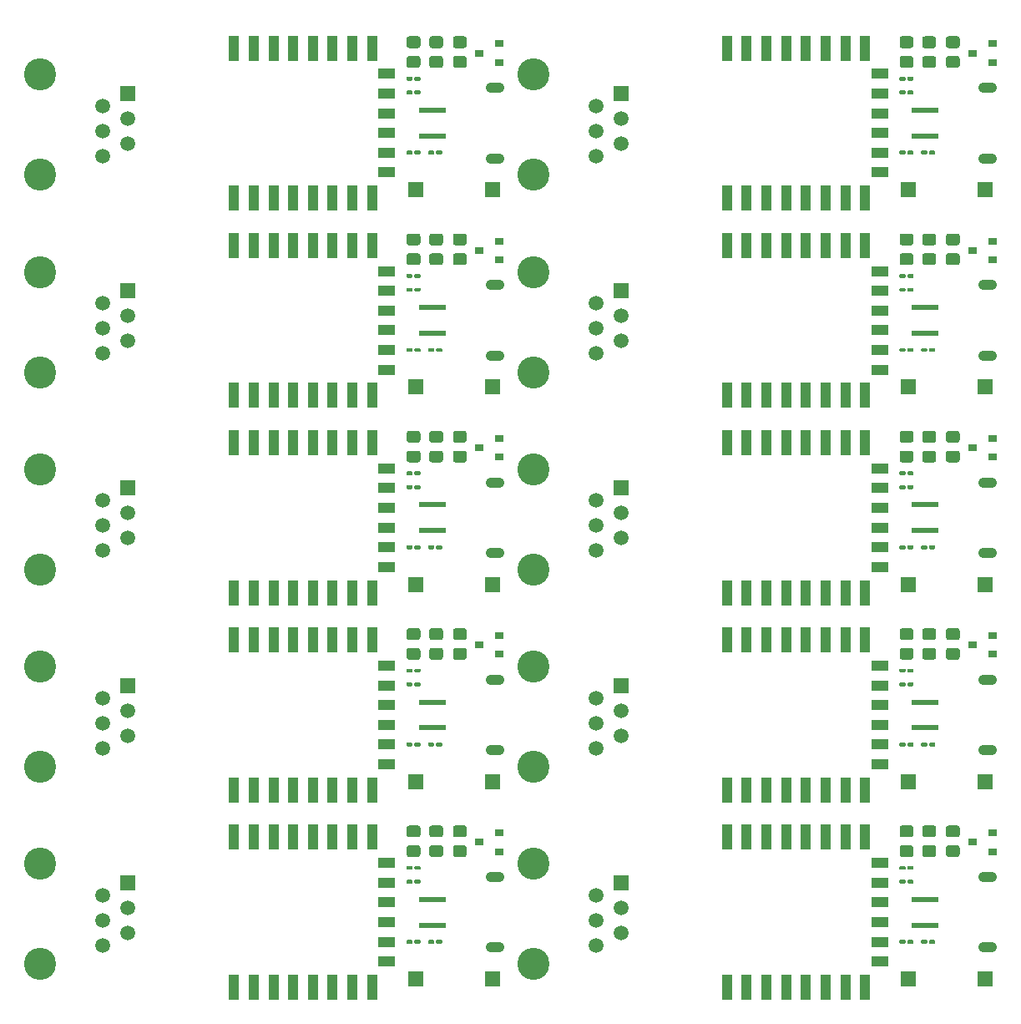
<source format=gbr>
%TF.GenerationSoftware,KiCad,Pcbnew,(5.1.9)-1*%
%TF.CreationDate,2021-10-14T17:35:57+02:00*%
%TF.ProjectId,IM350_AM550_T210_5V_V5.0,494d3335-305f-4414-9d35-35305f543231,rev?*%
%TF.SameCoordinates,Original*%
%TF.FileFunction,Soldermask,Top*%
%TF.FilePolarity,Negative*%
%FSLAX46Y46*%
G04 Gerber Fmt 4.6, Leading zero omitted, Abs format (unit mm)*
G04 Created by KiCad (PCBNEW (5.1.9)-1) date 2021-10-14 17:35:57*
%MOMM*%
%LPD*%
G01*
G04 APERTURE LIST*
%ADD10R,2.800000X0.600000*%
%ADD11O,1.900000X1.050000*%
%ADD12R,1.000000X2.500000*%
%ADD13R,1.800000X1.000000*%
%ADD14R,1.500000X1.500000*%
%ADD15C,3.250000*%
%ADD16C,1.520000*%
%ADD17R,1.520000X1.520000*%
%ADD18R,0.900000X0.800000*%
G04 APERTURE END LIST*
D10*
%TO.C,J1*%
X77100000Y-116300000D03*
X77100000Y-113700000D03*
D11*
X83450000Y-118575000D03*
X83450000Y-111425000D03*
%TD*%
%TO.C,R9*%
G36*
G01*
X129449999Y-106200000D02*
X130350001Y-106200000D01*
G75*
G02*
X130600000Y-106449999I0J-249999D01*
G01*
X130600000Y-107150001D01*
G75*
G02*
X130350001Y-107400000I-249999J0D01*
G01*
X129449999Y-107400000D01*
G75*
G02*
X129200000Y-107150001I0J249999D01*
G01*
X129200000Y-106449999D01*
G75*
G02*
X129449999Y-106200000I249999J0D01*
G01*
G37*
G36*
G01*
X129449999Y-108200000D02*
X130350001Y-108200000D01*
G75*
G02*
X130600000Y-108449999I0J-249999D01*
G01*
X130600000Y-109150001D01*
G75*
G02*
X130350001Y-109400000I-249999J0D01*
G01*
X129449999Y-109400000D01*
G75*
G02*
X129200000Y-109150001I0J249999D01*
G01*
X129200000Y-108449999D01*
G75*
G02*
X129449999Y-108200000I249999J0D01*
G01*
G37*
%TD*%
D12*
%TO.C,U2*%
X57000000Y-107400000D03*
X59000000Y-107400000D03*
X61000000Y-107400000D03*
X63000000Y-107400000D03*
X65000000Y-107400000D03*
X67000000Y-107400000D03*
X69000000Y-107400000D03*
X71000000Y-107400000D03*
D13*
X72500000Y-110000000D03*
X72500000Y-112000000D03*
X72500000Y-114000000D03*
X72500000Y-116000000D03*
X72500000Y-118000000D03*
X72500000Y-120000000D03*
D12*
X71000000Y-122600000D03*
X69000000Y-122600000D03*
X67000000Y-122600000D03*
X65000000Y-122600000D03*
X63000000Y-122600000D03*
X61000000Y-122600000D03*
X59000000Y-122600000D03*
X57000000Y-122600000D03*
%TD*%
D14*
%TO.C,SW1*%
X83200000Y-121750000D03*
X75400000Y-121750000D03*
%TD*%
%TO.C,R3*%
G36*
G01*
X124749999Y-106200000D02*
X125650001Y-106200000D01*
G75*
G02*
X125900000Y-106449999I0J-249999D01*
G01*
X125900000Y-107150001D01*
G75*
G02*
X125650001Y-107400000I-249999J0D01*
G01*
X124749999Y-107400000D01*
G75*
G02*
X124500000Y-107150001I0J249999D01*
G01*
X124500000Y-106449999D01*
G75*
G02*
X124749999Y-106200000I249999J0D01*
G01*
G37*
G36*
G01*
X124749999Y-108200000D02*
X125650001Y-108200000D01*
G75*
G02*
X125900000Y-108449999I0J-249999D01*
G01*
X125900000Y-109150001D01*
G75*
G02*
X125650001Y-109400000I-249999J0D01*
G01*
X124749999Y-109400000D01*
G75*
G02*
X124500000Y-109150001I0J249999D01*
G01*
X124500000Y-108449999D01*
G75*
G02*
X124749999Y-108200000I249999J0D01*
G01*
G37*
%TD*%
%TO.C,R7*%
G36*
G01*
X75290000Y-118100000D02*
X75290000Y-117900000D01*
G75*
G02*
X75390000Y-117800000I100000J0D01*
G01*
X75825000Y-117800000D01*
G75*
G02*
X75925000Y-117900000I0J-100000D01*
G01*
X75925000Y-118100000D01*
G75*
G02*
X75825000Y-118200000I-100000J0D01*
G01*
X75390000Y-118200000D01*
G75*
G02*
X75290000Y-118100000I0J100000D01*
G01*
G37*
G36*
G01*
X74475000Y-118100000D02*
X74475000Y-117900000D01*
G75*
G02*
X74575000Y-117800000I100000J0D01*
G01*
X75010000Y-117800000D01*
G75*
G02*
X75110000Y-117900000I0J-100000D01*
G01*
X75110000Y-118100000D01*
G75*
G02*
X75010000Y-118200000I-100000J0D01*
G01*
X74575000Y-118200000D01*
G75*
G02*
X74475000Y-118100000I0J100000D01*
G01*
G37*
%TD*%
D15*
%TO.C,J2*%
X87360000Y-120250000D03*
D16*
X93710000Y-118350000D03*
X96250000Y-117080000D03*
X93710000Y-115810000D03*
X96250000Y-114540000D03*
X93710000Y-113270000D03*
D15*
X87360000Y-110090000D03*
D17*
X96250000Y-112000000D03*
%TD*%
%TO.C,R13*%
G36*
G01*
X126675000Y-118100000D02*
X126675000Y-117900000D01*
G75*
G02*
X126775000Y-117800000I100000J0D01*
G01*
X127210000Y-117800000D01*
G75*
G02*
X127310000Y-117900000I0J-100000D01*
G01*
X127310000Y-118100000D01*
G75*
G02*
X127210000Y-118200000I-100000J0D01*
G01*
X126775000Y-118200000D01*
G75*
G02*
X126675000Y-118100000I0J100000D01*
G01*
G37*
G36*
G01*
X127490000Y-118100000D02*
X127490000Y-117900000D01*
G75*
G02*
X127590000Y-117800000I100000J0D01*
G01*
X128025000Y-117800000D01*
G75*
G02*
X128125000Y-117900000I0J-100000D01*
G01*
X128125000Y-118100000D01*
G75*
G02*
X128025000Y-118200000I-100000J0D01*
G01*
X127590000Y-118200000D01*
G75*
G02*
X127490000Y-118100000I0J100000D01*
G01*
G37*
%TD*%
%TO.C,J2*%
X46250000Y-112000000D03*
D15*
X37360000Y-110090000D03*
D16*
X43710000Y-113270000D03*
X46250000Y-114540000D03*
X43710000Y-115810000D03*
X46250000Y-117080000D03*
X43710000Y-118350000D03*
D15*
X37360000Y-120250000D03*
%TD*%
%TO.C,R8*%
G36*
G01*
X77950001Y-107400000D02*
X77049999Y-107400000D01*
G75*
G02*
X76800000Y-107150001I0J249999D01*
G01*
X76800000Y-106449999D01*
G75*
G02*
X77049999Y-106200000I249999J0D01*
G01*
X77950001Y-106200000D01*
G75*
G02*
X78200000Y-106449999I0J-249999D01*
G01*
X78200000Y-107150001D01*
G75*
G02*
X77950001Y-107400000I-249999J0D01*
G01*
G37*
G36*
G01*
X77950001Y-109400000D02*
X77049999Y-109400000D01*
G75*
G02*
X76800000Y-109150001I0J249999D01*
G01*
X76800000Y-108449999D01*
G75*
G02*
X77049999Y-108200000I249999J0D01*
G01*
X77950001Y-108200000D01*
G75*
G02*
X78200000Y-108449999I0J-249999D01*
G01*
X78200000Y-109150001D01*
G75*
G02*
X77950001Y-109400000I-249999J0D01*
G01*
G37*
%TD*%
D12*
%TO.C,U2*%
X107000000Y-122600000D03*
X109000000Y-122600000D03*
X111000000Y-122600000D03*
X113000000Y-122600000D03*
X115000000Y-122600000D03*
X117000000Y-122600000D03*
X119000000Y-122600000D03*
X121000000Y-122600000D03*
D13*
X122500000Y-120000000D03*
X122500000Y-118000000D03*
X122500000Y-116000000D03*
X122500000Y-114000000D03*
X122500000Y-112000000D03*
X122500000Y-110000000D03*
D12*
X121000000Y-107400000D03*
X119000000Y-107400000D03*
X117000000Y-107400000D03*
X115000000Y-107400000D03*
X113000000Y-107400000D03*
X111000000Y-107400000D03*
X109000000Y-107400000D03*
X107000000Y-107400000D03*
%TD*%
%TO.C,R13*%
G36*
G01*
X77490000Y-118100000D02*
X77490000Y-117900000D01*
G75*
G02*
X77590000Y-117800000I100000J0D01*
G01*
X78025000Y-117800000D01*
G75*
G02*
X78125000Y-117900000I0J-100000D01*
G01*
X78125000Y-118100000D01*
G75*
G02*
X78025000Y-118200000I-100000J0D01*
G01*
X77590000Y-118200000D01*
G75*
G02*
X77490000Y-118100000I0J100000D01*
G01*
G37*
G36*
G01*
X76675000Y-118100000D02*
X76675000Y-117900000D01*
G75*
G02*
X76775000Y-117800000I100000J0D01*
G01*
X77210000Y-117800000D01*
G75*
G02*
X77310000Y-117900000I0J-100000D01*
G01*
X77310000Y-118100000D01*
G75*
G02*
X77210000Y-118200000I-100000J0D01*
G01*
X76775000Y-118200000D01*
G75*
G02*
X76675000Y-118100000I0J100000D01*
G01*
G37*
%TD*%
%TO.C,R8*%
G36*
G01*
X127950001Y-109400000D02*
X127049999Y-109400000D01*
G75*
G02*
X126800000Y-109150001I0J249999D01*
G01*
X126800000Y-108449999D01*
G75*
G02*
X127049999Y-108200000I249999J0D01*
G01*
X127950001Y-108200000D01*
G75*
G02*
X128200000Y-108449999I0J-249999D01*
G01*
X128200000Y-109150001D01*
G75*
G02*
X127950001Y-109400000I-249999J0D01*
G01*
G37*
G36*
G01*
X127950001Y-107400000D02*
X127049999Y-107400000D01*
G75*
G02*
X126800000Y-107150001I0J249999D01*
G01*
X126800000Y-106449999D01*
G75*
G02*
X127049999Y-106200000I249999J0D01*
G01*
X127950001Y-106200000D01*
G75*
G02*
X128200000Y-106449999I0J-249999D01*
G01*
X128200000Y-107150001D01*
G75*
G02*
X127950001Y-107400000I-249999J0D01*
G01*
G37*
%TD*%
D18*
%TO.C,Q1*%
X133900000Y-108850000D03*
X133900000Y-106950000D03*
X131900000Y-107900000D03*
%TD*%
%TO.C,R2*%
G36*
G01*
X124475000Y-112000000D02*
X124475000Y-111800000D01*
G75*
G02*
X124575000Y-111700000I100000J0D01*
G01*
X125010000Y-111700000D01*
G75*
G02*
X125110000Y-111800000I0J-100000D01*
G01*
X125110000Y-112000000D01*
G75*
G02*
X125010000Y-112100000I-100000J0D01*
G01*
X124575000Y-112100000D01*
G75*
G02*
X124475000Y-112000000I0J100000D01*
G01*
G37*
G36*
G01*
X125290000Y-112000000D02*
X125290000Y-111800000D01*
G75*
G02*
X125390000Y-111700000I100000J0D01*
G01*
X125825000Y-111700000D01*
G75*
G02*
X125925000Y-111800000I0J-100000D01*
G01*
X125925000Y-112000000D01*
G75*
G02*
X125825000Y-112100000I-100000J0D01*
G01*
X125390000Y-112100000D01*
G75*
G02*
X125290000Y-112000000I0J100000D01*
G01*
G37*
%TD*%
%TO.C,R2*%
G36*
G01*
X75290000Y-112000000D02*
X75290000Y-111800000D01*
G75*
G02*
X75390000Y-111700000I100000J0D01*
G01*
X75825000Y-111700000D01*
G75*
G02*
X75925000Y-111800000I0J-100000D01*
G01*
X75925000Y-112000000D01*
G75*
G02*
X75825000Y-112100000I-100000J0D01*
G01*
X75390000Y-112100000D01*
G75*
G02*
X75290000Y-112000000I0J100000D01*
G01*
G37*
G36*
G01*
X74475000Y-112000000D02*
X74475000Y-111800000D01*
G75*
G02*
X74575000Y-111700000I100000J0D01*
G01*
X75010000Y-111700000D01*
G75*
G02*
X75110000Y-111800000I0J-100000D01*
G01*
X75110000Y-112000000D01*
G75*
G02*
X75010000Y-112100000I-100000J0D01*
G01*
X74575000Y-112100000D01*
G75*
G02*
X74475000Y-112000000I0J100000D01*
G01*
G37*
%TD*%
%TO.C,Q1*%
X81900000Y-107900000D03*
X83900000Y-106950000D03*
X83900000Y-108850000D03*
%TD*%
%TO.C,R1*%
G36*
G01*
X124475000Y-110600000D02*
X124475000Y-110400000D01*
G75*
G02*
X124575000Y-110300000I100000J0D01*
G01*
X125010000Y-110300000D01*
G75*
G02*
X125110000Y-110400000I0J-100000D01*
G01*
X125110000Y-110600000D01*
G75*
G02*
X125010000Y-110700000I-100000J0D01*
G01*
X124575000Y-110700000D01*
G75*
G02*
X124475000Y-110600000I0J100000D01*
G01*
G37*
G36*
G01*
X125290000Y-110600000D02*
X125290000Y-110400000D01*
G75*
G02*
X125390000Y-110300000I100000J0D01*
G01*
X125825000Y-110300000D01*
G75*
G02*
X125925000Y-110400000I0J-100000D01*
G01*
X125925000Y-110600000D01*
G75*
G02*
X125825000Y-110700000I-100000J0D01*
G01*
X125390000Y-110700000D01*
G75*
G02*
X125290000Y-110600000I0J100000D01*
G01*
G37*
%TD*%
D11*
%TO.C,J1*%
X133450000Y-111425000D03*
X133450000Y-118575000D03*
D10*
X127100000Y-113700000D03*
X127100000Y-116300000D03*
%TD*%
D14*
%TO.C,SW1*%
X125400000Y-121750000D03*
X133200000Y-121750000D03*
%TD*%
%TO.C,R9*%
G36*
G01*
X79449999Y-108200000D02*
X80350001Y-108200000D01*
G75*
G02*
X80600000Y-108449999I0J-249999D01*
G01*
X80600000Y-109150001D01*
G75*
G02*
X80350001Y-109400000I-249999J0D01*
G01*
X79449999Y-109400000D01*
G75*
G02*
X79200000Y-109150001I0J249999D01*
G01*
X79200000Y-108449999D01*
G75*
G02*
X79449999Y-108200000I249999J0D01*
G01*
G37*
G36*
G01*
X79449999Y-106200000D02*
X80350001Y-106200000D01*
G75*
G02*
X80600000Y-106449999I0J-249999D01*
G01*
X80600000Y-107150001D01*
G75*
G02*
X80350001Y-107400000I-249999J0D01*
G01*
X79449999Y-107400000D01*
G75*
G02*
X79200000Y-107150001I0J249999D01*
G01*
X79200000Y-106449999D01*
G75*
G02*
X79449999Y-106200000I249999J0D01*
G01*
G37*
%TD*%
%TO.C,R3*%
G36*
G01*
X74749999Y-108200000D02*
X75650001Y-108200000D01*
G75*
G02*
X75900000Y-108449999I0J-249999D01*
G01*
X75900000Y-109150001D01*
G75*
G02*
X75650001Y-109400000I-249999J0D01*
G01*
X74749999Y-109400000D01*
G75*
G02*
X74500000Y-109150001I0J249999D01*
G01*
X74500000Y-108449999D01*
G75*
G02*
X74749999Y-108200000I249999J0D01*
G01*
G37*
G36*
G01*
X74749999Y-106200000D02*
X75650001Y-106200000D01*
G75*
G02*
X75900000Y-106449999I0J-249999D01*
G01*
X75900000Y-107150001D01*
G75*
G02*
X75650001Y-107400000I-249999J0D01*
G01*
X74749999Y-107400000D01*
G75*
G02*
X74500000Y-107150001I0J249999D01*
G01*
X74500000Y-106449999D01*
G75*
G02*
X74749999Y-106200000I249999J0D01*
G01*
G37*
%TD*%
%TO.C,R1*%
G36*
G01*
X75290000Y-110600000D02*
X75290000Y-110400000D01*
G75*
G02*
X75390000Y-110300000I100000J0D01*
G01*
X75825000Y-110300000D01*
G75*
G02*
X75925000Y-110400000I0J-100000D01*
G01*
X75925000Y-110600000D01*
G75*
G02*
X75825000Y-110700000I-100000J0D01*
G01*
X75390000Y-110700000D01*
G75*
G02*
X75290000Y-110600000I0J100000D01*
G01*
G37*
G36*
G01*
X74475000Y-110600000D02*
X74475000Y-110400000D01*
G75*
G02*
X74575000Y-110300000I100000J0D01*
G01*
X75010000Y-110300000D01*
G75*
G02*
X75110000Y-110400000I0J-100000D01*
G01*
X75110000Y-110600000D01*
G75*
G02*
X75010000Y-110700000I-100000J0D01*
G01*
X74575000Y-110700000D01*
G75*
G02*
X74475000Y-110600000I0J100000D01*
G01*
G37*
%TD*%
%TO.C,R7*%
G36*
G01*
X124475000Y-118100000D02*
X124475000Y-117900000D01*
G75*
G02*
X124575000Y-117800000I100000J0D01*
G01*
X125010000Y-117800000D01*
G75*
G02*
X125110000Y-117900000I0J-100000D01*
G01*
X125110000Y-118100000D01*
G75*
G02*
X125010000Y-118200000I-100000J0D01*
G01*
X124575000Y-118200000D01*
G75*
G02*
X124475000Y-118100000I0J100000D01*
G01*
G37*
G36*
G01*
X125290000Y-118100000D02*
X125290000Y-117900000D01*
G75*
G02*
X125390000Y-117800000I100000J0D01*
G01*
X125825000Y-117800000D01*
G75*
G02*
X125925000Y-117900000I0J-100000D01*
G01*
X125925000Y-118100000D01*
G75*
G02*
X125825000Y-118200000I-100000J0D01*
G01*
X125390000Y-118200000D01*
G75*
G02*
X125290000Y-118100000I0J100000D01*
G01*
G37*
%TD*%
D12*
%TO.C,U2*%
X57000000Y-102600000D03*
X59000000Y-102600000D03*
X61000000Y-102600000D03*
X63000000Y-102600000D03*
X65000000Y-102600000D03*
X67000000Y-102600000D03*
X69000000Y-102600000D03*
X71000000Y-102600000D03*
D13*
X72500000Y-100000000D03*
X72500000Y-98000000D03*
X72500000Y-96000000D03*
X72500000Y-94000000D03*
X72500000Y-92000000D03*
X72500000Y-90000000D03*
D12*
X71000000Y-87400000D03*
X69000000Y-87400000D03*
X67000000Y-87400000D03*
X65000000Y-87400000D03*
X63000000Y-87400000D03*
X61000000Y-87400000D03*
X59000000Y-87400000D03*
X57000000Y-87400000D03*
%TD*%
%TO.C,R9*%
G36*
G01*
X129449999Y-88200000D02*
X130350001Y-88200000D01*
G75*
G02*
X130600000Y-88449999I0J-249999D01*
G01*
X130600000Y-89150001D01*
G75*
G02*
X130350001Y-89400000I-249999J0D01*
G01*
X129449999Y-89400000D01*
G75*
G02*
X129200000Y-89150001I0J249999D01*
G01*
X129200000Y-88449999D01*
G75*
G02*
X129449999Y-88200000I249999J0D01*
G01*
G37*
G36*
G01*
X129449999Y-86200000D02*
X130350001Y-86200000D01*
G75*
G02*
X130600000Y-86449999I0J-249999D01*
G01*
X130600000Y-87150001D01*
G75*
G02*
X130350001Y-87400000I-249999J0D01*
G01*
X129449999Y-87400000D01*
G75*
G02*
X129200000Y-87150001I0J249999D01*
G01*
X129200000Y-86449999D01*
G75*
G02*
X129449999Y-86200000I249999J0D01*
G01*
G37*
%TD*%
D14*
%TO.C,SW1*%
X75400000Y-101750000D03*
X83200000Y-101750000D03*
%TD*%
D11*
%TO.C,J1*%
X83450000Y-91425000D03*
X83450000Y-98575000D03*
D10*
X77100000Y-93700000D03*
X77100000Y-96300000D03*
%TD*%
%TO.C,R13*%
G36*
G01*
X127490000Y-98100000D02*
X127490000Y-97900000D01*
G75*
G02*
X127590000Y-97800000I100000J0D01*
G01*
X128025000Y-97800000D01*
G75*
G02*
X128125000Y-97900000I0J-100000D01*
G01*
X128125000Y-98100000D01*
G75*
G02*
X128025000Y-98200000I-100000J0D01*
G01*
X127590000Y-98200000D01*
G75*
G02*
X127490000Y-98100000I0J100000D01*
G01*
G37*
G36*
G01*
X126675000Y-98100000D02*
X126675000Y-97900000D01*
G75*
G02*
X126775000Y-97800000I100000J0D01*
G01*
X127210000Y-97800000D01*
G75*
G02*
X127310000Y-97900000I0J-100000D01*
G01*
X127310000Y-98100000D01*
G75*
G02*
X127210000Y-98200000I-100000J0D01*
G01*
X126775000Y-98200000D01*
G75*
G02*
X126675000Y-98100000I0J100000D01*
G01*
G37*
%TD*%
%TO.C,R3*%
G36*
G01*
X124749999Y-88200000D02*
X125650001Y-88200000D01*
G75*
G02*
X125900000Y-88449999I0J-249999D01*
G01*
X125900000Y-89150001D01*
G75*
G02*
X125650001Y-89400000I-249999J0D01*
G01*
X124749999Y-89400000D01*
G75*
G02*
X124500000Y-89150001I0J249999D01*
G01*
X124500000Y-88449999D01*
G75*
G02*
X124749999Y-88200000I249999J0D01*
G01*
G37*
G36*
G01*
X124749999Y-86200000D02*
X125650001Y-86200000D01*
G75*
G02*
X125900000Y-86449999I0J-249999D01*
G01*
X125900000Y-87150001D01*
G75*
G02*
X125650001Y-87400000I-249999J0D01*
G01*
X124749999Y-87400000D01*
G75*
G02*
X124500000Y-87150001I0J249999D01*
G01*
X124500000Y-86449999D01*
G75*
G02*
X124749999Y-86200000I249999J0D01*
G01*
G37*
%TD*%
%TO.C,R13*%
G36*
G01*
X76675000Y-98100000D02*
X76675000Y-97900000D01*
G75*
G02*
X76775000Y-97800000I100000J0D01*
G01*
X77210000Y-97800000D01*
G75*
G02*
X77310000Y-97900000I0J-100000D01*
G01*
X77310000Y-98100000D01*
G75*
G02*
X77210000Y-98200000I-100000J0D01*
G01*
X76775000Y-98200000D01*
G75*
G02*
X76675000Y-98100000I0J100000D01*
G01*
G37*
G36*
G01*
X77490000Y-98100000D02*
X77490000Y-97900000D01*
G75*
G02*
X77590000Y-97800000I100000J0D01*
G01*
X78025000Y-97800000D01*
G75*
G02*
X78125000Y-97900000I0J-100000D01*
G01*
X78125000Y-98100000D01*
G75*
G02*
X78025000Y-98200000I-100000J0D01*
G01*
X77590000Y-98200000D01*
G75*
G02*
X77490000Y-98100000I0J100000D01*
G01*
G37*
%TD*%
D15*
%TO.C,J2*%
X37360000Y-100250000D03*
D16*
X43710000Y-98350000D03*
X46250000Y-97080000D03*
X43710000Y-95810000D03*
X46250000Y-94540000D03*
X43710000Y-93270000D03*
D15*
X37360000Y-90090000D03*
D17*
X46250000Y-92000000D03*
%TD*%
D12*
%TO.C,U2*%
X107000000Y-87400000D03*
X109000000Y-87400000D03*
X111000000Y-87400000D03*
X113000000Y-87400000D03*
X115000000Y-87400000D03*
X117000000Y-87400000D03*
X119000000Y-87400000D03*
X121000000Y-87400000D03*
D13*
X122500000Y-90000000D03*
X122500000Y-92000000D03*
X122500000Y-94000000D03*
X122500000Y-96000000D03*
X122500000Y-98000000D03*
X122500000Y-100000000D03*
D12*
X121000000Y-102600000D03*
X119000000Y-102600000D03*
X117000000Y-102600000D03*
X115000000Y-102600000D03*
X113000000Y-102600000D03*
X111000000Y-102600000D03*
X109000000Y-102600000D03*
X107000000Y-102600000D03*
%TD*%
%TO.C,R8*%
G36*
G01*
X127950001Y-87400000D02*
X127049999Y-87400000D01*
G75*
G02*
X126800000Y-87150001I0J249999D01*
G01*
X126800000Y-86449999D01*
G75*
G02*
X127049999Y-86200000I249999J0D01*
G01*
X127950001Y-86200000D01*
G75*
G02*
X128200000Y-86449999I0J-249999D01*
G01*
X128200000Y-87150001D01*
G75*
G02*
X127950001Y-87400000I-249999J0D01*
G01*
G37*
G36*
G01*
X127950001Y-89400000D02*
X127049999Y-89400000D01*
G75*
G02*
X126800000Y-89150001I0J249999D01*
G01*
X126800000Y-88449999D01*
G75*
G02*
X127049999Y-88200000I249999J0D01*
G01*
X127950001Y-88200000D01*
G75*
G02*
X128200000Y-88449999I0J-249999D01*
G01*
X128200000Y-89150001D01*
G75*
G02*
X127950001Y-89400000I-249999J0D01*
G01*
G37*
%TD*%
%TO.C,R7*%
G36*
G01*
X74475000Y-98100000D02*
X74475000Y-97900000D01*
G75*
G02*
X74575000Y-97800000I100000J0D01*
G01*
X75010000Y-97800000D01*
G75*
G02*
X75110000Y-97900000I0J-100000D01*
G01*
X75110000Y-98100000D01*
G75*
G02*
X75010000Y-98200000I-100000J0D01*
G01*
X74575000Y-98200000D01*
G75*
G02*
X74475000Y-98100000I0J100000D01*
G01*
G37*
G36*
G01*
X75290000Y-98100000D02*
X75290000Y-97900000D01*
G75*
G02*
X75390000Y-97800000I100000J0D01*
G01*
X75825000Y-97800000D01*
G75*
G02*
X75925000Y-97900000I0J-100000D01*
G01*
X75925000Y-98100000D01*
G75*
G02*
X75825000Y-98200000I-100000J0D01*
G01*
X75390000Y-98200000D01*
G75*
G02*
X75290000Y-98100000I0J100000D01*
G01*
G37*
%TD*%
D18*
%TO.C,Q1*%
X131900000Y-87900000D03*
X133900000Y-86950000D03*
X133900000Y-88850000D03*
%TD*%
D17*
%TO.C,J2*%
X96250000Y-92000000D03*
D15*
X87360000Y-90090000D03*
D16*
X93710000Y-93270000D03*
X96250000Y-94540000D03*
X93710000Y-95810000D03*
X96250000Y-97080000D03*
X93710000Y-98350000D03*
D15*
X87360000Y-100250000D03*
%TD*%
%TO.C,R2*%
G36*
G01*
X125290000Y-92000000D02*
X125290000Y-91800000D01*
G75*
G02*
X125390000Y-91700000I100000J0D01*
G01*
X125825000Y-91700000D01*
G75*
G02*
X125925000Y-91800000I0J-100000D01*
G01*
X125925000Y-92000000D01*
G75*
G02*
X125825000Y-92100000I-100000J0D01*
G01*
X125390000Y-92100000D01*
G75*
G02*
X125290000Y-92000000I0J100000D01*
G01*
G37*
G36*
G01*
X124475000Y-92000000D02*
X124475000Y-91800000D01*
G75*
G02*
X124575000Y-91700000I100000J0D01*
G01*
X125010000Y-91700000D01*
G75*
G02*
X125110000Y-91800000I0J-100000D01*
G01*
X125110000Y-92000000D01*
G75*
G02*
X125010000Y-92100000I-100000J0D01*
G01*
X124575000Y-92100000D01*
G75*
G02*
X124475000Y-92000000I0J100000D01*
G01*
G37*
%TD*%
%TO.C,R8*%
G36*
G01*
X77950001Y-89400000D02*
X77049999Y-89400000D01*
G75*
G02*
X76800000Y-89150001I0J249999D01*
G01*
X76800000Y-88449999D01*
G75*
G02*
X77049999Y-88200000I249999J0D01*
G01*
X77950001Y-88200000D01*
G75*
G02*
X78200000Y-88449999I0J-249999D01*
G01*
X78200000Y-89150001D01*
G75*
G02*
X77950001Y-89400000I-249999J0D01*
G01*
G37*
G36*
G01*
X77950001Y-87400000D02*
X77049999Y-87400000D01*
G75*
G02*
X76800000Y-87150001I0J249999D01*
G01*
X76800000Y-86449999D01*
G75*
G02*
X77049999Y-86200000I249999J0D01*
G01*
X77950001Y-86200000D01*
G75*
G02*
X78200000Y-86449999I0J-249999D01*
G01*
X78200000Y-87150001D01*
G75*
G02*
X77950001Y-87400000I-249999J0D01*
G01*
G37*
%TD*%
%TO.C,R9*%
G36*
G01*
X79449999Y-86200000D02*
X80350001Y-86200000D01*
G75*
G02*
X80600000Y-86449999I0J-249999D01*
G01*
X80600000Y-87150001D01*
G75*
G02*
X80350001Y-87400000I-249999J0D01*
G01*
X79449999Y-87400000D01*
G75*
G02*
X79200000Y-87150001I0J249999D01*
G01*
X79200000Y-86449999D01*
G75*
G02*
X79449999Y-86200000I249999J0D01*
G01*
G37*
G36*
G01*
X79449999Y-88200000D02*
X80350001Y-88200000D01*
G75*
G02*
X80600000Y-88449999I0J-249999D01*
G01*
X80600000Y-89150001D01*
G75*
G02*
X80350001Y-89400000I-249999J0D01*
G01*
X79449999Y-89400000D01*
G75*
G02*
X79200000Y-89150001I0J249999D01*
G01*
X79200000Y-88449999D01*
G75*
G02*
X79449999Y-88200000I249999J0D01*
G01*
G37*
%TD*%
%TO.C,R3*%
G36*
G01*
X74749999Y-86200000D02*
X75650001Y-86200000D01*
G75*
G02*
X75900000Y-86449999I0J-249999D01*
G01*
X75900000Y-87150001D01*
G75*
G02*
X75650001Y-87400000I-249999J0D01*
G01*
X74749999Y-87400000D01*
G75*
G02*
X74500000Y-87150001I0J249999D01*
G01*
X74500000Y-86449999D01*
G75*
G02*
X74749999Y-86200000I249999J0D01*
G01*
G37*
G36*
G01*
X74749999Y-88200000D02*
X75650001Y-88200000D01*
G75*
G02*
X75900000Y-88449999I0J-249999D01*
G01*
X75900000Y-89150001D01*
G75*
G02*
X75650001Y-89400000I-249999J0D01*
G01*
X74749999Y-89400000D01*
G75*
G02*
X74500000Y-89150001I0J249999D01*
G01*
X74500000Y-88449999D01*
G75*
G02*
X74749999Y-88200000I249999J0D01*
G01*
G37*
%TD*%
%TO.C,R1*%
G36*
G01*
X74475000Y-90600000D02*
X74475000Y-90400000D01*
G75*
G02*
X74575000Y-90300000I100000J0D01*
G01*
X75010000Y-90300000D01*
G75*
G02*
X75110000Y-90400000I0J-100000D01*
G01*
X75110000Y-90600000D01*
G75*
G02*
X75010000Y-90700000I-100000J0D01*
G01*
X74575000Y-90700000D01*
G75*
G02*
X74475000Y-90600000I0J100000D01*
G01*
G37*
G36*
G01*
X75290000Y-90600000D02*
X75290000Y-90400000D01*
G75*
G02*
X75390000Y-90300000I100000J0D01*
G01*
X75825000Y-90300000D01*
G75*
G02*
X75925000Y-90400000I0J-100000D01*
G01*
X75925000Y-90600000D01*
G75*
G02*
X75825000Y-90700000I-100000J0D01*
G01*
X75390000Y-90700000D01*
G75*
G02*
X75290000Y-90600000I0J100000D01*
G01*
G37*
%TD*%
%TO.C,R1*%
G36*
G01*
X125290000Y-90600000D02*
X125290000Y-90400000D01*
G75*
G02*
X125390000Y-90300000I100000J0D01*
G01*
X125825000Y-90300000D01*
G75*
G02*
X125925000Y-90400000I0J-100000D01*
G01*
X125925000Y-90600000D01*
G75*
G02*
X125825000Y-90700000I-100000J0D01*
G01*
X125390000Y-90700000D01*
G75*
G02*
X125290000Y-90600000I0J100000D01*
G01*
G37*
G36*
G01*
X124475000Y-90600000D02*
X124475000Y-90400000D01*
G75*
G02*
X124575000Y-90300000I100000J0D01*
G01*
X125010000Y-90300000D01*
G75*
G02*
X125110000Y-90400000I0J-100000D01*
G01*
X125110000Y-90600000D01*
G75*
G02*
X125010000Y-90700000I-100000J0D01*
G01*
X124575000Y-90700000D01*
G75*
G02*
X124475000Y-90600000I0J100000D01*
G01*
G37*
%TD*%
%TO.C,R7*%
G36*
G01*
X125290000Y-98100000D02*
X125290000Y-97900000D01*
G75*
G02*
X125390000Y-97800000I100000J0D01*
G01*
X125825000Y-97800000D01*
G75*
G02*
X125925000Y-97900000I0J-100000D01*
G01*
X125925000Y-98100000D01*
G75*
G02*
X125825000Y-98200000I-100000J0D01*
G01*
X125390000Y-98200000D01*
G75*
G02*
X125290000Y-98100000I0J100000D01*
G01*
G37*
G36*
G01*
X124475000Y-98100000D02*
X124475000Y-97900000D01*
G75*
G02*
X124575000Y-97800000I100000J0D01*
G01*
X125010000Y-97800000D01*
G75*
G02*
X125110000Y-97900000I0J-100000D01*
G01*
X125110000Y-98100000D01*
G75*
G02*
X125010000Y-98200000I-100000J0D01*
G01*
X124575000Y-98200000D01*
G75*
G02*
X124475000Y-98100000I0J100000D01*
G01*
G37*
%TD*%
D10*
%TO.C,J1*%
X127100000Y-96300000D03*
X127100000Y-93700000D03*
D11*
X133450000Y-98575000D03*
X133450000Y-91425000D03*
%TD*%
%TO.C,R2*%
G36*
G01*
X74475000Y-92000000D02*
X74475000Y-91800000D01*
G75*
G02*
X74575000Y-91700000I100000J0D01*
G01*
X75010000Y-91700000D01*
G75*
G02*
X75110000Y-91800000I0J-100000D01*
G01*
X75110000Y-92000000D01*
G75*
G02*
X75010000Y-92100000I-100000J0D01*
G01*
X74575000Y-92100000D01*
G75*
G02*
X74475000Y-92000000I0J100000D01*
G01*
G37*
G36*
G01*
X75290000Y-92000000D02*
X75290000Y-91800000D01*
G75*
G02*
X75390000Y-91700000I100000J0D01*
G01*
X75825000Y-91700000D01*
G75*
G02*
X75925000Y-91800000I0J-100000D01*
G01*
X75925000Y-92000000D01*
G75*
G02*
X75825000Y-92100000I-100000J0D01*
G01*
X75390000Y-92100000D01*
G75*
G02*
X75290000Y-92000000I0J100000D01*
G01*
G37*
%TD*%
D14*
%TO.C,SW1*%
X133200000Y-101750000D03*
X125400000Y-101750000D03*
%TD*%
D18*
%TO.C,Q1*%
X83900000Y-88850000D03*
X83900000Y-86950000D03*
X81900000Y-87900000D03*
%TD*%
%TO.C,R8*%
G36*
G01*
X127950001Y-69400000D02*
X127049999Y-69400000D01*
G75*
G02*
X126800000Y-69150001I0J249999D01*
G01*
X126800000Y-68449999D01*
G75*
G02*
X127049999Y-68200000I249999J0D01*
G01*
X127950001Y-68200000D01*
G75*
G02*
X128200000Y-68449999I0J-249999D01*
G01*
X128200000Y-69150001D01*
G75*
G02*
X127950001Y-69400000I-249999J0D01*
G01*
G37*
G36*
G01*
X127950001Y-67400000D02*
X127049999Y-67400000D01*
G75*
G02*
X126800000Y-67150001I0J249999D01*
G01*
X126800000Y-66449999D01*
G75*
G02*
X127049999Y-66200000I249999J0D01*
G01*
X127950001Y-66200000D01*
G75*
G02*
X128200000Y-66449999I0J-249999D01*
G01*
X128200000Y-67150001D01*
G75*
G02*
X127950001Y-67400000I-249999J0D01*
G01*
G37*
%TD*%
%TO.C,R3*%
G36*
G01*
X124749999Y-66200000D02*
X125650001Y-66200000D01*
G75*
G02*
X125900000Y-66449999I0J-249999D01*
G01*
X125900000Y-67150001D01*
G75*
G02*
X125650001Y-67400000I-249999J0D01*
G01*
X124749999Y-67400000D01*
G75*
G02*
X124500000Y-67150001I0J249999D01*
G01*
X124500000Y-66449999D01*
G75*
G02*
X124749999Y-66200000I249999J0D01*
G01*
G37*
G36*
G01*
X124749999Y-68200000D02*
X125650001Y-68200000D01*
G75*
G02*
X125900000Y-68449999I0J-249999D01*
G01*
X125900000Y-69150001D01*
G75*
G02*
X125650001Y-69400000I-249999J0D01*
G01*
X124749999Y-69400000D01*
G75*
G02*
X124500000Y-69150001I0J249999D01*
G01*
X124500000Y-68449999D01*
G75*
G02*
X124749999Y-68200000I249999J0D01*
G01*
G37*
%TD*%
%TO.C,R9*%
G36*
G01*
X129449999Y-66200000D02*
X130350001Y-66200000D01*
G75*
G02*
X130600000Y-66449999I0J-249999D01*
G01*
X130600000Y-67150001D01*
G75*
G02*
X130350001Y-67400000I-249999J0D01*
G01*
X129449999Y-67400000D01*
G75*
G02*
X129200000Y-67150001I0J249999D01*
G01*
X129200000Y-66449999D01*
G75*
G02*
X129449999Y-66200000I249999J0D01*
G01*
G37*
G36*
G01*
X129449999Y-68200000D02*
X130350001Y-68200000D01*
G75*
G02*
X130600000Y-68449999I0J-249999D01*
G01*
X130600000Y-69150001D01*
G75*
G02*
X130350001Y-69400000I-249999J0D01*
G01*
X129449999Y-69400000D01*
G75*
G02*
X129200000Y-69150001I0J249999D01*
G01*
X129200000Y-68449999D01*
G75*
G02*
X129449999Y-68200000I249999J0D01*
G01*
G37*
%TD*%
D12*
%TO.C,U2*%
X107000000Y-82600000D03*
X109000000Y-82600000D03*
X111000000Y-82600000D03*
X113000000Y-82600000D03*
X115000000Y-82600000D03*
X117000000Y-82600000D03*
X119000000Y-82600000D03*
X121000000Y-82600000D03*
D13*
X122500000Y-80000000D03*
X122500000Y-78000000D03*
X122500000Y-76000000D03*
X122500000Y-74000000D03*
X122500000Y-72000000D03*
X122500000Y-70000000D03*
D12*
X121000000Y-67400000D03*
X119000000Y-67400000D03*
X117000000Y-67400000D03*
X115000000Y-67400000D03*
X113000000Y-67400000D03*
X111000000Y-67400000D03*
X109000000Y-67400000D03*
X107000000Y-67400000D03*
%TD*%
D15*
%TO.C,J2*%
X87360000Y-80250000D03*
D16*
X93710000Y-78350000D03*
X96250000Y-77080000D03*
X93710000Y-75810000D03*
X96250000Y-74540000D03*
X93710000Y-73270000D03*
D15*
X87360000Y-70090000D03*
D17*
X96250000Y-72000000D03*
%TD*%
%TO.C,R13*%
G36*
G01*
X126675000Y-78100000D02*
X126675000Y-77900000D01*
G75*
G02*
X126775000Y-77800000I100000J0D01*
G01*
X127210000Y-77800000D01*
G75*
G02*
X127310000Y-77900000I0J-100000D01*
G01*
X127310000Y-78100000D01*
G75*
G02*
X127210000Y-78200000I-100000J0D01*
G01*
X126775000Y-78200000D01*
G75*
G02*
X126675000Y-78100000I0J100000D01*
G01*
G37*
G36*
G01*
X127490000Y-78100000D02*
X127490000Y-77900000D01*
G75*
G02*
X127590000Y-77800000I100000J0D01*
G01*
X128025000Y-77800000D01*
G75*
G02*
X128125000Y-77900000I0J-100000D01*
G01*
X128125000Y-78100000D01*
G75*
G02*
X128025000Y-78200000I-100000J0D01*
G01*
X127590000Y-78200000D01*
G75*
G02*
X127490000Y-78100000I0J100000D01*
G01*
G37*
%TD*%
D18*
%TO.C,Q1*%
X133900000Y-68850000D03*
X133900000Y-66950000D03*
X131900000Y-67900000D03*
%TD*%
D12*
%TO.C,U2*%
X57000000Y-67400000D03*
X59000000Y-67400000D03*
X61000000Y-67400000D03*
X63000000Y-67400000D03*
X65000000Y-67400000D03*
X67000000Y-67400000D03*
X69000000Y-67400000D03*
X71000000Y-67400000D03*
D13*
X72500000Y-70000000D03*
X72500000Y-72000000D03*
X72500000Y-74000000D03*
X72500000Y-76000000D03*
X72500000Y-78000000D03*
X72500000Y-80000000D03*
D12*
X71000000Y-82600000D03*
X69000000Y-82600000D03*
X67000000Y-82600000D03*
X65000000Y-82600000D03*
X63000000Y-82600000D03*
X61000000Y-82600000D03*
X59000000Y-82600000D03*
X57000000Y-82600000D03*
%TD*%
D14*
%TO.C,SW1*%
X83200000Y-81750000D03*
X75400000Y-81750000D03*
%TD*%
%TO.C,R13*%
G36*
G01*
X77490000Y-78100000D02*
X77490000Y-77900000D01*
G75*
G02*
X77590000Y-77800000I100000J0D01*
G01*
X78025000Y-77800000D01*
G75*
G02*
X78125000Y-77900000I0J-100000D01*
G01*
X78125000Y-78100000D01*
G75*
G02*
X78025000Y-78200000I-100000J0D01*
G01*
X77590000Y-78200000D01*
G75*
G02*
X77490000Y-78100000I0J100000D01*
G01*
G37*
G36*
G01*
X76675000Y-78100000D02*
X76675000Y-77900000D01*
G75*
G02*
X76775000Y-77800000I100000J0D01*
G01*
X77210000Y-77800000D01*
G75*
G02*
X77310000Y-77900000I0J-100000D01*
G01*
X77310000Y-78100000D01*
G75*
G02*
X77210000Y-78200000I-100000J0D01*
G01*
X76775000Y-78200000D01*
G75*
G02*
X76675000Y-78100000I0J100000D01*
G01*
G37*
%TD*%
D17*
%TO.C,J2*%
X46250000Y-72000000D03*
D15*
X37360000Y-70090000D03*
D16*
X43710000Y-73270000D03*
X46250000Y-74540000D03*
X43710000Y-75810000D03*
X46250000Y-77080000D03*
X43710000Y-78350000D03*
D15*
X37360000Y-80250000D03*
%TD*%
D10*
%TO.C,J1*%
X77100000Y-76300000D03*
X77100000Y-73700000D03*
D11*
X83450000Y-78575000D03*
X83450000Y-71425000D03*
%TD*%
%TO.C,R7*%
G36*
G01*
X75290000Y-78100000D02*
X75290000Y-77900000D01*
G75*
G02*
X75390000Y-77800000I100000J0D01*
G01*
X75825000Y-77800000D01*
G75*
G02*
X75925000Y-77900000I0J-100000D01*
G01*
X75925000Y-78100000D01*
G75*
G02*
X75825000Y-78200000I-100000J0D01*
G01*
X75390000Y-78200000D01*
G75*
G02*
X75290000Y-78100000I0J100000D01*
G01*
G37*
G36*
G01*
X74475000Y-78100000D02*
X74475000Y-77900000D01*
G75*
G02*
X74575000Y-77800000I100000J0D01*
G01*
X75010000Y-77800000D01*
G75*
G02*
X75110000Y-77900000I0J-100000D01*
G01*
X75110000Y-78100000D01*
G75*
G02*
X75010000Y-78200000I-100000J0D01*
G01*
X74575000Y-78200000D01*
G75*
G02*
X74475000Y-78100000I0J100000D01*
G01*
G37*
%TD*%
%TO.C,R2*%
G36*
G01*
X124475000Y-72000000D02*
X124475000Y-71800000D01*
G75*
G02*
X124575000Y-71700000I100000J0D01*
G01*
X125010000Y-71700000D01*
G75*
G02*
X125110000Y-71800000I0J-100000D01*
G01*
X125110000Y-72000000D01*
G75*
G02*
X125010000Y-72100000I-100000J0D01*
G01*
X124575000Y-72100000D01*
G75*
G02*
X124475000Y-72000000I0J100000D01*
G01*
G37*
G36*
G01*
X125290000Y-72000000D02*
X125290000Y-71800000D01*
G75*
G02*
X125390000Y-71700000I100000J0D01*
G01*
X125825000Y-71700000D01*
G75*
G02*
X125925000Y-71800000I0J-100000D01*
G01*
X125925000Y-72000000D01*
G75*
G02*
X125825000Y-72100000I-100000J0D01*
G01*
X125390000Y-72100000D01*
G75*
G02*
X125290000Y-72000000I0J100000D01*
G01*
G37*
%TD*%
%TO.C,R9*%
G36*
G01*
X79449999Y-68200000D02*
X80350001Y-68200000D01*
G75*
G02*
X80600000Y-68449999I0J-249999D01*
G01*
X80600000Y-69150001D01*
G75*
G02*
X80350001Y-69400000I-249999J0D01*
G01*
X79449999Y-69400000D01*
G75*
G02*
X79200000Y-69150001I0J249999D01*
G01*
X79200000Y-68449999D01*
G75*
G02*
X79449999Y-68200000I249999J0D01*
G01*
G37*
G36*
G01*
X79449999Y-66200000D02*
X80350001Y-66200000D01*
G75*
G02*
X80600000Y-66449999I0J-249999D01*
G01*
X80600000Y-67150001D01*
G75*
G02*
X80350001Y-67400000I-249999J0D01*
G01*
X79449999Y-67400000D01*
G75*
G02*
X79200000Y-67150001I0J249999D01*
G01*
X79200000Y-66449999D01*
G75*
G02*
X79449999Y-66200000I249999J0D01*
G01*
G37*
%TD*%
%TO.C,R8*%
G36*
G01*
X77950001Y-67400000D02*
X77049999Y-67400000D01*
G75*
G02*
X76800000Y-67150001I0J249999D01*
G01*
X76800000Y-66449999D01*
G75*
G02*
X77049999Y-66200000I249999J0D01*
G01*
X77950001Y-66200000D01*
G75*
G02*
X78200000Y-66449999I0J-249999D01*
G01*
X78200000Y-67150001D01*
G75*
G02*
X77950001Y-67400000I-249999J0D01*
G01*
G37*
G36*
G01*
X77950001Y-69400000D02*
X77049999Y-69400000D01*
G75*
G02*
X76800000Y-69150001I0J249999D01*
G01*
X76800000Y-68449999D01*
G75*
G02*
X77049999Y-68200000I249999J0D01*
G01*
X77950001Y-68200000D01*
G75*
G02*
X78200000Y-68449999I0J-249999D01*
G01*
X78200000Y-69150001D01*
G75*
G02*
X77950001Y-69400000I-249999J0D01*
G01*
G37*
%TD*%
%TO.C,R3*%
G36*
G01*
X74749999Y-68200000D02*
X75650001Y-68200000D01*
G75*
G02*
X75900000Y-68449999I0J-249999D01*
G01*
X75900000Y-69150001D01*
G75*
G02*
X75650001Y-69400000I-249999J0D01*
G01*
X74749999Y-69400000D01*
G75*
G02*
X74500000Y-69150001I0J249999D01*
G01*
X74500000Y-68449999D01*
G75*
G02*
X74749999Y-68200000I249999J0D01*
G01*
G37*
G36*
G01*
X74749999Y-66200000D02*
X75650001Y-66200000D01*
G75*
G02*
X75900000Y-66449999I0J-249999D01*
G01*
X75900000Y-67150001D01*
G75*
G02*
X75650001Y-67400000I-249999J0D01*
G01*
X74749999Y-67400000D01*
G75*
G02*
X74500000Y-67150001I0J249999D01*
G01*
X74500000Y-66449999D01*
G75*
G02*
X74749999Y-66200000I249999J0D01*
G01*
G37*
%TD*%
D18*
%TO.C,Q1*%
X81900000Y-67900000D03*
X83900000Y-66950000D03*
X83900000Y-68850000D03*
%TD*%
%TO.C,R1*%
G36*
G01*
X75290000Y-70600000D02*
X75290000Y-70400000D01*
G75*
G02*
X75390000Y-70300000I100000J0D01*
G01*
X75825000Y-70300000D01*
G75*
G02*
X75925000Y-70400000I0J-100000D01*
G01*
X75925000Y-70600000D01*
G75*
G02*
X75825000Y-70700000I-100000J0D01*
G01*
X75390000Y-70700000D01*
G75*
G02*
X75290000Y-70600000I0J100000D01*
G01*
G37*
G36*
G01*
X74475000Y-70600000D02*
X74475000Y-70400000D01*
G75*
G02*
X74575000Y-70300000I100000J0D01*
G01*
X75010000Y-70300000D01*
G75*
G02*
X75110000Y-70400000I0J-100000D01*
G01*
X75110000Y-70600000D01*
G75*
G02*
X75010000Y-70700000I-100000J0D01*
G01*
X74575000Y-70700000D01*
G75*
G02*
X74475000Y-70600000I0J100000D01*
G01*
G37*
%TD*%
%TO.C,R1*%
G36*
G01*
X124475000Y-70600000D02*
X124475000Y-70400000D01*
G75*
G02*
X124575000Y-70300000I100000J0D01*
G01*
X125010000Y-70300000D01*
G75*
G02*
X125110000Y-70400000I0J-100000D01*
G01*
X125110000Y-70600000D01*
G75*
G02*
X125010000Y-70700000I-100000J0D01*
G01*
X124575000Y-70700000D01*
G75*
G02*
X124475000Y-70600000I0J100000D01*
G01*
G37*
G36*
G01*
X125290000Y-70600000D02*
X125290000Y-70400000D01*
G75*
G02*
X125390000Y-70300000I100000J0D01*
G01*
X125825000Y-70300000D01*
G75*
G02*
X125925000Y-70400000I0J-100000D01*
G01*
X125925000Y-70600000D01*
G75*
G02*
X125825000Y-70700000I-100000J0D01*
G01*
X125390000Y-70700000D01*
G75*
G02*
X125290000Y-70600000I0J100000D01*
G01*
G37*
%TD*%
%TO.C,R7*%
G36*
G01*
X124475000Y-78100000D02*
X124475000Y-77900000D01*
G75*
G02*
X124575000Y-77800000I100000J0D01*
G01*
X125010000Y-77800000D01*
G75*
G02*
X125110000Y-77900000I0J-100000D01*
G01*
X125110000Y-78100000D01*
G75*
G02*
X125010000Y-78200000I-100000J0D01*
G01*
X124575000Y-78200000D01*
G75*
G02*
X124475000Y-78100000I0J100000D01*
G01*
G37*
G36*
G01*
X125290000Y-78100000D02*
X125290000Y-77900000D01*
G75*
G02*
X125390000Y-77800000I100000J0D01*
G01*
X125825000Y-77800000D01*
G75*
G02*
X125925000Y-77900000I0J-100000D01*
G01*
X125925000Y-78100000D01*
G75*
G02*
X125825000Y-78200000I-100000J0D01*
G01*
X125390000Y-78200000D01*
G75*
G02*
X125290000Y-78100000I0J100000D01*
G01*
G37*
%TD*%
D11*
%TO.C,J1*%
X133450000Y-71425000D03*
X133450000Y-78575000D03*
D10*
X127100000Y-73700000D03*
X127100000Y-76300000D03*
%TD*%
%TO.C,R2*%
G36*
G01*
X75290000Y-72000000D02*
X75290000Y-71800000D01*
G75*
G02*
X75390000Y-71700000I100000J0D01*
G01*
X75825000Y-71700000D01*
G75*
G02*
X75925000Y-71800000I0J-100000D01*
G01*
X75925000Y-72000000D01*
G75*
G02*
X75825000Y-72100000I-100000J0D01*
G01*
X75390000Y-72100000D01*
G75*
G02*
X75290000Y-72000000I0J100000D01*
G01*
G37*
G36*
G01*
X74475000Y-72000000D02*
X74475000Y-71800000D01*
G75*
G02*
X74575000Y-71700000I100000J0D01*
G01*
X75010000Y-71700000D01*
G75*
G02*
X75110000Y-71800000I0J-100000D01*
G01*
X75110000Y-72000000D01*
G75*
G02*
X75010000Y-72100000I-100000J0D01*
G01*
X74575000Y-72100000D01*
G75*
G02*
X74475000Y-72000000I0J100000D01*
G01*
G37*
%TD*%
D14*
%TO.C,SW1*%
X125400000Y-81750000D03*
X133200000Y-81750000D03*
%TD*%
%TO.C,R1*%
G36*
G01*
X74475000Y-50600000D02*
X74475000Y-50400000D01*
G75*
G02*
X74575000Y-50300000I100000J0D01*
G01*
X75010000Y-50300000D01*
G75*
G02*
X75110000Y-50400000I0J-100000D01*
G01*
X75110000Y-50600000D01*
G75*
G02*
X75010000Y-50700000I-100000J0D01*
G01*
X74575000Y-50700000D01*
G75*
G02*
X74475000Y-50600000I0J100000D01*
G01*
G37*
G36*
G01*
X75290000Y-50600000D02*
X75290000Y-50400000D01*
G75*
G02*
X75390000Y-50300000I100000J0D01*
G01*
X75825000Y-50300000D01*
G75*
G02*
X75925000Y-50400000I0J-100000D01*
G01*
X75925000Y-50600000D01*
G75*
G02*
X75825000Y-50700000I-100000J0D01*
G01*
X75390000Y-50700000D01*
G75*
G02*
X75290000Y-50600000I0J100000D01*
G01*
G37*
%TD*%
%TO.C,R2*%
G36*
G01*
X74475000Y-52000000D02*
X74475000Y-51800000D01*
G75*
G02*
X74575000Y-51700000I100000J0D01*
G01*
X75010000Y-51700000D01*
G75*
G02*
X75110000Y-51800000I0J-100000D01*
G01*
X75110000Y-52000000D01*
G75*
G02*
X75010000Y-52100000I-100000J0D01*
G01*
X74575000Y-52100000D01*
G75*
G02*
X74475000Y-52000000I0J100000D01*
G01*
G37*
G36*
G01*
X75290000Y-52000000D02*
X75290000Y-51800000D01*
G75*
G02*
X75390000Y-51700000I100000J0D01*
G01*
X75825000Y-51700000D01*
G75*
G02*
X75925000Y-51800000I0J-100000D01*
G01*
X75925000Y-52000000D01*
G75*
G02*
X75825000Y-52100000I-100000J0D01*
G01*
X75390000Y-52100000D01*
G75*
G02*
X75290000Y-52000000I0J100000D01*
G01*
G37*
%TD*%
%TO.C,R1*%
G36*
G01*
X125290000Y-50600000D02*
X125290000Y-50400000D01*
G75*
G02*
X125390000Y-50300000I100000J0D01*
G01*
X125825000Y-50300000D01*
G75*
G02*
X125925000Y-50400000I0J-100000D01*
G01*
X125925000Y-50600000D01*
G75*
G02*
X125825000Y-50700000I-100000J0D01*
G01*
X125390000Y-50700000D01*
G75*
G02*
X125290000Y-50600000I0J100000D01*
G01*
G37*
G36*
G01*
X124475000Y-50600000D02*
X124475000Y-50400000D01*
G75*
G02*
X124575000Y-50300000I100000J0D01*
G01*
X125010000Y-50300000D01*
G75*
G02*
X125110000Y-50400000I0J-100000D01*
G01*
X125110000Y-50600000D01*
G75*
G02*
X125010000Y-50700000I-100000J0D01*
G01*
X124575000Y-50700000D01*
G75*
G02*
X124475000Y-50600000I0J100000D01*
G01*
G37*
%TD*%
%TO.C,SW1*%
X133200000Y-61750000D03*
X125400000Y-61750000D03*
%TD*%
D10*
%TO.C,J1*%
X127100000Y-56300000D03*
X127100000Y-53700000D03*
D11*
X133450000Y-58575000D03*
X133450000Y-51425000D03*
%TD*%
%TO.C,R7*%
G36*
G01*
X125290000Y-58100000D02*
X125290000Y-57900000D01*
G75*
G02*
X125390000Y-57800000I100000J0D01*
G01*
X125825000Y-57800000D01*
G75*
G02*
X125925000Y-57900000I0J-100000D01*
G01*
X125925000Y-58100000D01*
G75*
G02*
X125825000Y-58200000I-100000J0D01*
G01*
X125390000Y-58200000D01*
G75*
G02*
X125290000Y-58100000I0J100000D01*
G01*
G37*
G36*
G01*
X124475000Y-58100000D02*
X124475000Y-57900000D01*
G75*
G02*
X124575000Y-57800000I100000J0D01*
G01*
X125010000Y-57800000D01*
G75*
G02*
X125110000Y-57900000I0J-100000D01*
G01*
X125110000Y-58100000D01*
G75*
G02*
X125010000Y-58200000I-100000J0D01*
G01*
X124575000Y-58200000D01*
G75*
G02*
X124475000Y-58100000I0J100000D01*
G01*
G37*
%TD*%
D12*
%TO.C,U2*%
X107000000Y-47400000D03*
X109000000Y-47400000D03*
X111000000Y-47400000D03*
X113000000Y-47400000D03*
X115000000Y-47400000D03*
X117000000Y-47400000D03*
X119000000Y-47400000D03*
X121000000Y-47400000D03*
D13*
X122500000Y-50000000D03*
X122500000Y-52000000D03*
X122500000Y-54000000D03*
X122500000Y-56000000D03*
X122500000Y-58000000D03*
X122500000Y-60000000D03*
D12*
X121000000Y-62600000D03*
X119000000Y-62600000D03*
X117000000Y-62600000D03*
X115000000Y-62600000D03*
X113000000Y-62600000D03*
X111000000Y-62600000D03*
X109000000Y-62600000D03*
X107000000Y-62600000D03*
%TD*%
D17*
%TO.C,J2*%
X96250000Y-52000000D03*
D15*
X87360000Y-50090000D03*
D16*
X93710000Y-53270000D03*
X96250000Y-54540000D03*
X93710000Y-55810000D03*
X96250000Y-57080000D03*
X93710000Y-58350000D03*
D15*
X87360000Y-60250000D03*
%TD*%
%TO.C,R9*%
G36*
G01*
X129449999Y-48200000D02*
X130350001Y-48200000D01*
G75*
G02*
X130600000Y-48449999I0J-249999D01*
G01*
X130600000Y-49150001D01*
G75*
G02*
X130350001Y-49400000I-249999J0D01*
G01*
X129449999Y-49400000D01*
G75*
G02*
X129200000Y-49150001I0J249999D01*
G01*
X129200000Y-48449999D01*
G75*
G02*
X129449999Y-48200000I249999J0D01*
G01*
G37*
G36*
G01*
X129449999Y-46200000D02*
X130350001Y-46200000D01*
G75*
G02*
X130600000Y-46449999I0J-249999D01*
G01*
X130600000Y-47150001D01*
G75*
G02*
X130350001Y-47400000I-249999J0D01*
G01*
X129449999Y-47400000D01*
G75*
G02*
X129200000Y-47150001I0J249999D01*
G01*
X129200000Y-46449999D01*
G75*
G02*
X129449999Y-46200000I249999J0D01*
G01*
G37*
%TD*%
D18*
%TO.C,Q1*%
X131900000Y-47900000D03*
X133900000Y-46950000D03*
X133900000Y-48850000D03*
%TD*%
%TO.C,R13*%
G36*
G01*
X127490000Y-58100000D02*
X127490000Y-57900000D01*
G75*
G02*
X127590000Y-57800000I100000J0D01*
G01*
X128025000Y-57800000D01*
G75*
G02*
X128125000Y-57900000I0J-100000D01*
G01*
X128125000Y-58100000D01*
G75*
G02*
X128025000Y-58200000I-100000J0D01*
G01*
X127590000Y-58200000D01*
G75*
G02*
X127490000Y-58100000I0J100000D01*
G01*
G37*
G36*
G01*
X126675000Y-58100000D02*
X126675000Y-57900000D01*
G75*
G02*
X126775000Y-57800000I100000J0D01*
G01*
X127210000Y-57800000D01*
G75*
G02*
X127310000Y-57900000I0J-100000D01*
G01*
X127310000Y-58100000D01*
G75*
G02*
X127210000Y-58200000I-100000J0D01*
G01*
X126775000Y-58200000D01*
G75*
G02*
X126675000Y-58100000I0J100000D01*
G01*
G37*
%TD*%
%TO.C,R3*%
G36*
G01*
X124749999Y-48200000D02*
X125650001Y-48200000D01*
G75*
G02*
X125900000Y-48449999I0J-249999D01*
G01*
X125900000Y-49150001D01*
G75*
G02*
X125650001Y-49400000I-249999J0D01*
G01*
X124749999Y-49400000D01*
G75*
G02*
X124500000Y-49150001I0J249999D01*
G01*
X124500000Y-48449999D01*
G75*
G02*
X124749999Y-48200000I249999J0D01*
G01*
G37*
G36*
G01*
X124749999Y-46200000D02*
X125650001Y-46200000D01*
G75*
G02*
X125900000Y-46449999I0J-249999D01*
G01*
X125900000Y-47150001D01*
G75*
G02*
X125650001Y-47400000I-249999J0D01*
G01*
X124749999Y-47400000D01*
G75*
G02*
X124500000Y-47150001I0J249999D01*
G01*
X124500000Y-46449999D01*
G75*
G02*
X124749999Y-46200000I249999J0D01*
G01*
G37*
%TD*%
%TO.C,R8*%
G36*
G01*
X127950001Y-47400000D02*
X127049999Y-47400000D01*
G75*
G02*
X126800000Y-47150001I0J249999D01*
G01*
X126800000Y-46449999D01*
G75*
G02*
X127049999Y-46200000I249999J0D01*
G01*
X127950001Y-46200000D01*
G75*
G02*
X128200000Y-46449999I0J-249999D01*
G01*
X128200000Y-47150001D01*
G75*
G02*
X127950001Y-47400000I-249999J0D01*
G01*
G37*
G36*
G01*
X127950001Y-49400000D02*
X127049999Y-49400000D01*
G75*
G02*
X126800000Y-49150001I0J249999D01*
G01*
X126800000Y-48449999D01*
G75*
G02*
X127049999Y-48200000I249999J0D01*
G01*
X127950001Y-48200000D01*
G75*
G02*
X128200000Y-48449999I0J-249999D01*
G01*
X128200000Y-49150001D01*
G75*
G02*
X127950001Y-49400000I-249999J0D01*
G01*
G37*
%TD*%
%TO.C,R2*%
G36*
G01*
X125290000Y-52000000D02*
X125290000Y-51800000D01*
G75*
G02*
X125390000Y-51700000I100000J0D01*
G01*
X125825000Y-51700000D01*
G75*
G02*
X125925000Y-51800000I0J-100000D01*
G01*
X125925000Y-52000000D01*
G75*
G02*
X125825000Y-52100000I-100000J0D01*
G01*
X125390000Y-52100000D01*
G75*
G02*
X125290000Y-52000000I0J100000D01*
G01*
G37*
G36*
G01*
X124475000Y-52000000D02*
X124475000Y-51800000D01*
G75*
G02*
X124575000Y-51700000I100000J0D01*
G01*
X125010000Y-51700000D01*
G75*
G02*
X125110000Y-51800000I0J-100000D01*
G01*
X125110000Y-52000000D01*
G75*
G02*
X125010000Y-52100000I-100000J0D01*
G01*
X124575000Y-52100000D01*
G75*
G02*
X124475000Y-52000000I0J100000D01*
G01*
G37*
%TD*%
D14*
%TO.C,SW1*%
X75400000Y-61750000D03*
X83200000Y-61750000D03*
%TD*%
D12*
%TO.C,U2*%
X57000000Y-62600000D03*
X59000000Y-62600000D03*
X61000000Y-62600000D03*
X63000000Y-62600000D03*
X65000000Y-62600000D03*
X67000000Y-62600000D03*
X69000000Y-62600000D03*
X71000000Y-62600000D03*
D13*
X72500000Y-60000000D03*
X72500000Y-58000000D03*
X72500000Y-56000000D03*
X72500000Y-54000000D03*
X72500000Y-52000000D03*
X72500000Y-50000000D03*
D12*
X71000000Y-47400000D03*
X69000000Y-47400000D03*
X67000000Y-47400000D03*
X65000000Y-47400000D03*
X63000000Y-47400000D03*
X61000000Y-47400000D03*
X59000000Y-47400000D03*
X57000000Y-47400000D03*
%TD*%
%TO.C,R13*%
G36*
G01*
X76675000Y-58100000D02*
X76675000Y-57900000D01*
G75*
G02*
X76775000Y-57800000I100000J0D01*
G01*
X77210000Y-57800000D01*
G75*
G02*
X77310000Y-57900000I0J-100000D01*
G01*
X77310000Y-58100000D01*
G75*
G02*
X77210000Y-58200000I-100000J0D01*
G01*
X76775000Y-58200000D01*
G75*
G02*
X76675000Y-58100000I0J100000D01*
G01*
G37*
G36*
G01*
X77490000Y-58100000D02*
X77490000Y-57900000D01*
G75*
G02*
X77590000Y-57800000I100000J0D01*
G01*
X78025000Y-57800000D01*
G75*
G02*
X78125000Y-57900000I0J-100000D01*
G01*
X78125000Y-58100000D01*
G75*
G02*
X78025000Y-58200000I-100000J0D01*
G01*
X77590000Y-58200000D01*
G75*
G02*
X77490000Y-58100000I0J100000D01*
G01*
G37*
%TD*%
%TO.C,R9*%
G36*
G01*
X79449999Y-46200000D02*
X80350001Y-46200000D01*
G75*
G02*
X80600000Y-46449999I0J-249999D01*
G01*
X80600000Y-47150001D01*
G75*
G02*
X80350001Y-47400000I-249999J0D01*
G01*
X79449999Y-47400000D01*
G75*
G02*
X79200000Y-47150001I0J249999D01*
G01*
X79200000Y-46449999D01*
G75*
G02*
X79449999Y-46200000I249999J0D01*
G01*
G37*
G36*
G01*
X79449999Y-48200000D02*
X80350001Y-48200000D01*
G75*
G02*
X80600000Y-48449999I0J-249999D01*
G01*
X80600000Y-49150001D01*
G75*
G02*
X80350001Y-49400000I-249999J0D01*
G01*
X79449999Y-49400000D01*
G75*
G02*
X79200000Y-49150001I0J249999D01*
G01*
X79200000Y-48449999D01*
G75*
G02*
X79449999Y-48200000I249999J0D01*
G01*
G37*
%TD*%
%TO.C,R8*%
G36*
G01*
X77950001Y-49400000D02*
X77049999Y-49400000D01*
G75*
G02*
X76800000Y-49150001I0J249999D01*
G01*
X76800000Y-48449999D01*
G75*
G02*
X77049999Y-48200000I249999J0D01*
G01*
X77950001Y-48200000D01*
G75*
G02*
X78200000Y-48449999I0J-249999D01*
G01*
X78200000Y-49150001D01*
G75*
G02*
X77950001Y-49400000I-249999J0D01*
G01*
G37*
G36*
G01*
X77950001Y-47400000D02*
X77049999Y-47400000D01*
G75*
G02*
X76800000Y-47150001I0J249999D01*
G01*
X76800000Y-46449999D01*
G75*
G02*
X77049999Y-46200000I249999J0D01*
G01*
X77950001Y-46200000D01*
G75*
G02*
X78200000Y-46449999I0J-249999D01*
G01*
X78200000Y-47150001D01*
G75*
G02*
X77950001Y-47400000I-249999J0D01*
G01*
G37*
%TD*%
D11*
%TO.C,J1*%
X83450000Y-51425000D03*
X83450000Y-58575000D03*
D10*
X77100000Y-53700000D03*
X77100000Y-56300000D03*
%TD*%
%TO.C,R7*%
G36*
G01*
X74475000Y-58100000D02*
X74475000Y-57900000D01*
G75*
G02*
X74575000Y-57800000I100000J0D01*
G01*
X75010000Y-57800000D01*
G75*
G02*
X75110000Y-57900000I0J-100000D01*
G01*
X75110000Y-58100000D01*
G75*
G02*
X75010000Y-58200000I-100000J0D01*
G01*
X74575000Y-58200000D01*
G75*
G02*
X74475000Y-58100000I0J100000D01*
G01*
G37*
G36*
G01*
X75290000Y-58100000D02*
X75290000Y-57900000D01*
G75*
G02*
X75390000Y-57800000I100000J0D01*
G01*
X75825000Y-57800000D01*
G75*
G02*
X75925000Y-57900000I0J-100000D01*
G01*
X75925000Y-58100000D01*
G75*
G02*
X75825000Y-58200000I-100000J0D01*
G01*
X75390000Y-58200000D01*
G75*
G02*
X75290000Y-58100000I0J100000D01*
G01*
G37*
%TD*%
%TO.C,R3*%
G36*
G01*
X74749999Y-46200000D02*
X75650001Y-46200000D01*
G75*
G02*
X75900000Y-46449999I0J-249999D01*
G01*
X75900000Y-47150001D01*
G75*
G02*
X75650001Y-47400000I-249999J0D01*
G01*
X74749999Y-47400000D01*
G75*
G02*
X74500000Y-47150001I0J249999D01*
G01*
X74500000Y-46449999D01*
G75*
G02*
X74749999Y-46200000I249999J0D01*
G01*
G37*
G36*
G01*
X74749999Y-48200000D02*
X75650001Y-48200000D01*
G75*
G02*
X75900000Y-48449999I0J-249999D01*
G01*
X75900000Y-49150001D01*
G75*
G02*
X75650001Y-49400000I-249999J0D01*
G01*
X74749999Y-49400000D01*
G75*
G02*
X74500000Y-49150001I0J249999D01*
G01*
X74500000Y-48449999D01*
G75*
G02*
X74749999Y-48200000I249999J0D01*
G01*
G37*
%TD*%
D18*
%TO.C,Q1*%
X83900000Y-48850000D03*
X83900000Y-46950000D03*
X81900000Y-47900000D03*
%TD*%
D15*
%TO.C,J2*%
X37360000Y-60250000D03*
D16*
X43710000Y-58350000D03*
X46250000Y-57080000D03*
X43710000Y-55810000D03*
X46250000Y-54540000D03*
X43710000Y-53270000D03*
D15*
X37360000Y-50090000D03*
D17*
X46250000Y-52000000D03*
%TD*%
%TO.C,R1*%
G36*
G01*
X124475000Y-30600000D02*
X124475000Y-30400000D01*
G75*
G02*
X124575000Y-30300000I100000J0D01*
G01*
X125010000Y-30300000D01*
G75*
G02*
X125110000Y-30400000I0J-100000D01*
G01*
X125110000Y-30600000D01*
G75*
G02*
X125010000Y-30700000I-100000J0D01*
G01*
X124575000Y-30700000D01*
G75*
G02*
X124475000Y-30600000I0J100000D01*
G01*
G37*
G36*
G01*
X125290000Y-30600000D02*
X125290000Y-30400000D01*
G75*
G02*
X125390000Y-30300000I100000J0D01*
G01*
X125825000Y-30300000D01*
G75*
G02*
X125925000Y-30400000I0J-100000D01*
G01*
X125925000Y-30600000D01*
G75*
G02*
X125825000Y-30700000I-100000J0D01*
G01*
X125390000Y-30700000D01*
G75*
G02*
X125290000Y-30600000I0J100000D01*
G01*
G37*
%TD*%
%TO.C,R2*%
G36*
G01*
X124475000Y-32000000D02*
X124475000Y-31800000D01*
G75*
G02*
X124575000Y-31700000I100000J0D01*
G01*
X125010000Y-31700000D01*
G75*
G02*
X125110000Y-31800000I0J-100000D01*
G01*
X125110000Y-32000000D01*
G75*
G02*
X125010000Y-32100000I-100000J0D01*
G01*
X124575000Y-32100000D01*
G75*
G02*
X124475000Y-32000000I0J100000D01*
G01*
G37*
G36*
G01*
X125290000Y-32000000D02*
X125290000Y-31800000D01*
G75*
G02*
X125390000Y-31700000I100000J0D01*
G01*
X125825000Y-31700000D01*
G75*
G02*
X125925000Y-31800000I0J-100000D01*
G01*
X125925000Y-32000000D01*
G75*
G02*
X125825000Y-32100000I-100000J0D01*
G01*
X125390000Y-32100000D01*
G75*
G02*
X125290000Y-32000000I0J100000D01*
G01*
G37*
%TD*%
D14*
%TO.C,SW1*%
X125400000Y-41750000D03*
X133200000Y-41750000D03*
%TD*%
D12*
%TO.C,U2*%
X107000000Y-42600000D03*
X109000000Y-42600000D03*
X111000000Y-42600000D03*
X113000000Y-42600000D03*
X115000000Y-42600000D03*
X117000000Y-42600000D03*
X119000000Y-42600000D03*
X121000000Y-42600000D03*
D13*
X122500000Y-40000000D03*
X122500000Y-38000000D03*
X122500000Y-36000000D03*
X122500000Y-34000000D03*
X122500000Y-32000000D03*
X122500000Y-30000000D03*
D12*
X121000000Y-27400000D03*
X119000000Y-27400000D03*
X117000000Y-27400000D03*
X115000000Y-27400000D03*
X113000000Y-27400000D03*
X111000000Y-27400000D03*
X109000000Y-27400000D03*
X107000000Y-27400000D03*
%TD*%
%TO.C,R13*%
G36*
G01*
X126675000Y-38100000D02*
X126675000Y-37900000D01*
G75*
G02*
X126775000Y-37800000I100000J0D01*
G01*
X127210000Y-37800000D01*
G75*
G02*
X127310000Y-37900000I0J-100000D01*
G01*
X127310000Y-38100000D01*
G75*
G02*
X127210000Y-38200000I-100000J0D01*
G01*
X126775000Y-38200000D01*
G75*
G02*
X126675000Y-38100000I0J100000D01*
G01*
G37*
G36*
G01*
X127490000Y-38100000D02*
X127490000Y-37900000D01*
G75*
G02*
X127590000Y-37800000I100000J0D01*
G01*
X128025000Y-37800000D01*
G75*
G02*
X128125000Y-37900000I0J-100000D01*
G01*
X128125000Y-38100000D01*
G75*
G02*
X128025000Y-38200000I-100000J0D01*
G01*
X127590000Y-38200000D01*
G75*
G02*
X127490000Y-38100000I0J100000D01*
G01*
G37*
%TD*%
%TO.C,R9*%
G36*
G01*
X129449999Y-26200000D02*
X130350001Y-26200000D01*
G75*
G02*
X130600000Y-26449999I0J-249999D01*
G01*
X130600000Y-27150001D01*
G75*
G02*
X130350001Y-27400000I-249999J0D01*
G01*
X129449999Y-27400000D01*
G75*
G02*
X129200000Y-27150001I0J249999D01*
G01*
X129200000Y-26449999D01*
G75*
G02*
X129449999Y-26200000I249999J0D01*
G01*
G37*
G36*
G01*
X129449999Y-28200000D02*
X130350001Y-28200000D01*
G75*
G02*
X130600000Y-28449999I0J-249999D01*
G01*
X130600000Y-29150001D01*
G75*
G02*
X130350001Y-29400000I-249999J0D01*
G01*
X129449999Y-29400000D01*
G75*
G02*
X129200000Y-29150001I0J249999D01*
G01*
X129200000Y-28449999D01*
G75*
G02*
X129449999Y-28200000I249999J0D01*
G01*
G37*
%TD*%
%TO.C,R8*%
G36*
G01*
X127950001Y-29400000D02*
X127049999Y-29400000D01*
G75*
G02*
X126800000Y-29150001I0J249999D01*
G01*
X126800000Y-28449999D01*
G75*
G02*
X127049999Y-28200000I249999J0D01*
G01*
X127950001Y-28200000D01*
G75*
G02*
X128200000Y-28449999I0J-249999D01*
G01*
X128200000Y-29150001D01*
G75*
G02*
X127950001Y-29400000I-249999J0D01*
G01*
G37*
G36*
G01*
X127950001Y-27400000D02*
X127049999Y-27400000D01*
G75*
G02*
X126800000Y-27150001I0J249999D01*
G01*
X126800000Y-26449999D01*
G75*
G02*
X127049999Y-26200000I249999J0D01*
G01*
X127950001Y-26200000D01*
G75*
G02*
X128200000Y-26449999I0J-249999D01*
G01*
X128200000Y-27150001D01*
G75*
G02*
X127950001Y-27400000I-249999J0D01*
G01*
G37*
%TD*%
D11*
%TO.C,J1*%
X133450000Y-31425000D03*
X133450000Y-38575000D03*
D10*
X127100000Y-33700000D03*
X127100000Y-36300000D03*
%TD*%
%TO.C,R7*%
G36*
G01*
X124475000Y-38100000D02*
X124475000Y-37900000D01*
G75*
G02*
X124575000Y-37800000I100000J0D01*
G01*
X125010000Y-37800000D01*
G75*
G02*
X125110000Y-37900000I0J-100000D01*
G01*
X125110000Y-38100000D01*
G75*
G02*
X125010000Y-38200000I-100000J0D01*
G01*
X124575000Y-38200000D01*
G75*
G02*
X124475000Y-38100000I0J100000D01*
G01*
G37*
G36*
G01*
X125290000Y-38100000D02*
X125290000Y-37900000D01*
G75*
G02*
X125390000Y-37800000I100000J0D01*
G01*
X125825000Y-37800000D01*
G75*
G02*
X125925000Y-37900000I0J-100000D01*
G01*
X125925000Y-38100000D01*
G75*
G02*
X125825000Y-38200000I-100000J0D01*
G01*
X125390000Y-38200000D01*
G75*
G02*
X125290000Y-38100000I0J100000D01*
G01*
G37*
%TD*%
%TO.C,R3*%
G36*
G01*
X124749999Y-26200000D02*
X125650001Y-26200000D01*
G75*
G02*
X125900000Y-26449999I0J-249999D01*
G01*
X125900000Y-27150001D01*
G75*
G02*
X125650001Y-27400000I-249999J0D01*
G01*
X124749999Y-27400000D01*
G75*
G02*
X124500000Y-27150001I0J249999D01*
G01*
X124500000Y-26449999D01*
G75*
G02*
X124749999Y-26200000I249999J0D01*
G01*
G37*
G36*
G01*
X124749999Y-28200000D02*
X125650001Y-28200000D01*
G75*
G02*
X125900000Y-28449999I0J-249999D01*
G01*
X125900000Y-29150001D01*
G75*
G02*
X125650001Y-29400000I-249999J0D01*
G01*
X124749999Y-29400000D01*
G75*
G02*
X124500000Y-29150001I0J249999D01*
G01*
X124500000Y-28449999D01*
G75*
G02*
X124749999Y-28200000I249999J0D01*
G01*
G37*
%TD*%
D18*
%TO.C,Q1*%
X133900000Y-28850000D03*
X133900000Y-26950000D03*
X131900000Y-27900000D03*
%TD*%
D15*
%TO.C,J2*%
X87360000Y-40250000D03*
D16*
X93710000Y-38350000D03*
X96250000Y-37080000D03*
X93710000Y-35810000D03*
X96250000Y-34540000D03*
X93710000Y-33270000D03*
D15*
X87360000Y-30090000D03*
D17*
X96250000Y-32000000D03*
%TD*%
%TO.C,J2*%
X46250000Y-32000000D03*
D15*
X37360000Y-30090000D03*
D16*
X43710000Y-33270000D03*
X46250000Y-34540000D03*
X43710000Y-35810000D03*
X46250000Y-37080000D03*
X43710000Y-38350000D03*
D15*
X37360000Y-40250000D03*
%TD*%
%TO.C,R2*%
G36*
G01*
X75290000Y-32000000D02*
X75290000Y-31800000D01*
G75*
G02*
X75390000Y-31700000I100000J0D01*
G01*
X75825000Y-31700000D01*
G75*
G02*
X75925000Y-31800000I0J-100000D01*
G01*
X75925000Y-32000000D01*
G75*
G02*
X75825000Y-32100000I-100000J0D01*
G01*
X75390000Y-32100000D01*
G75*
G02*
X75290000Y-32000000I0J100000D01*
G01*
G37*
G36*
G01*
X74475000Y-32000000D02*
X74475000Y-31800000D01*
G75*
G02*
X74575000Y-31700000I100000J0D01*
G01*
X75010000Y-31700000D01*
G75*
G02*
X75110000Y-31800000I0J-100000D01*
G01*
X75110000Y-32000000D01*
G75*
G02*
X75010000Y-32100000I-100000J0D01*
G01*
X74575000Y-32100000D01*
G75*
G02*
X74475000Y-32000000I0J100000D01*
G01*
G37*
%TD*%
%TO.C,R1*%
G36*
G01*
X75290000Y-30600000D02*
X75290000Y-30400000D01*
G75*
G02*
X75390000Y-30300000I100000J0D01*
G01*
X75825000Y-30300000D01*
G75*
G02*
X75925000Y-30400000I0J-100000D01*
G01*
X75925000Y-30600000D01*
G75*
G02*
X75825000Y-30700000I-100000J0D01*
G01*
X75390000Y-30700000D01*
G75*
G02*
X75290000Y-30600000I0J100000D01*
G01*
G37*
G36*
G01*
X74475000Y-30600000D02*
X74475000Y-30400000D01*
G75*
G02*
X74575000Y-30300000I100000J0D01*
G01*
X75010000Y-30300000D01*
G75*
G02*
X75110000Y-30400000I0J-100000D01*
G01*
X75110000Y-30600000D01*
G75*
G02*
X75010000Y-30700000I-100000J0D01*
G01*
X74575000Y-30700000D01*
G75*
G02*
X74475000Y-30600000I0J100000D01*
G01*
G37*
%TD*%
D12*
%TO.C,U2*%
X57000000Y-27400000D03*
X59000000Y-27400000D03*
X61000000Y-27400000D03*
X63000000Y-27400000D03*
X65000000Y-27400000D03*
X67000000Y-27400000D03*
X69000000Y-27400000D03*
X71000000Y-27400000D03*
D13*
X72500000Y-30000000D03*
X72500000Y-32000000D03*
X72500000Y-34000000D03*
X72500000Y-36000000D03*
X72500000Y-38000000D03*
X72500000Y-40000000D03*
D12*
X71000000Y-42600000D03*
X69000000Y-42600000D03*
X67000000Y-42600000D03*
X65000000Y-42600000D03*
X63000000Y-42600000D03*
X61000000Y-42600000D03*
X59000000Y-42600000D03*
X57000000Y-42600000D03*
%TD*%
D14*
%TO.C,SW1*%
X83200000Y-41750000D03*
X75400000Y-41750000D03*
%TD*%
%TO.C,R13*%
G36*
G01*
X77490000Y-38100000D02*
X77490000Y-37900000D01*
G75*
G02*
X77590000Y-37800000I100000J0D01*
G01*
X78025000Y-37800000D01*
G75*
G02*
X78125000Y-37900000I0J-100000D01*
G01*
X78125000Y-38100000D01*
G75*
G02*
X78025000Y-38200000I-100000J0D01*
G01*
X77590000Y-38200000D01*
G75*
G02*
X77490000Y-38100000I0J100000D01*
G01*
G37*
G36*
G01*
X76675000Y-38100000D02*
X76675000Y-37900000D01*
G75*
G02*
X76775000Y-37800000I100000J0D01*
G01*
X77210000Y-37800000D01*
G75*
G02*
X77310000Y-37900000I0J-100000D01*
G01*
X77310000Y-38100000D01*
G75*
G02*
X77210000Y-38200000I-100000J0D01*
G01*
X76775000Y-38200000D01*
G75*
G02*
X76675000Y-38100000I0J100000D01*
G01*
G37*
%TD*%
%TO.C,R9*%
G36*
G01*
X79449999Y-28200000D02*
X80350001Y-28200000D01*
G75*
G02*
X80600000Y-28449999I0J-249999D01*
G01*
X80600000Y-29150001D01*
G75*
G02*
X80350001Y-29400000I-249999J0D01*
G01*
X79449999Y-29400000D01*
G75*
G02*
X79200000Y-29150001I0J249999D01*
G01*
X79200000Y-28449999D01*
G75*
G02*
X79449999Y-28200000I249999J0D01*
G01*
G37*
G36*
G01*
X79449999Y-26200000D02*
X80350001Y-26200000D01*
G75*
G02*
X80600000Y-26449999I0J-249999D01*
G01*
X80600000Y-27150001D01*
G75*
G02*
X80350001Y-27400000I-249999J0D01*
G01*
X79449999Y-27400000D01*
G75*
G02*
X79200000Y-27150001I0J249999D01*
G01*
X79200000Y-26449999D01*
G75*
G02*
X79449999Y-26200000I249999J0D01*
G01*
G37*
%TD*%
%TO.C,R8*%
G36*
G01*
X77950001Y-27400000D02*
X77049999Y-27400000D01*
G75*
G02*
X76800000Y-27150001I0J249999D01*
G01*
X76800000Y-26449999D01*
G75*
G02*
X77049999Y-26200000I249999J0D01*
G01*
X77950001Y-26200000D01*
G75*
G02*
X78200000Y-26449999I0J-249999D01*
G01*
X78200000Y-27150001D01*
G75*
G02*
X77950001Y-27400000I-249999J0D01*
G01*
G37*
G36*
G01*
X77950001Y-29400000D02*
X77049999Y-29400000D01*
G75*
G02*
X76800000Y-29150001I0J249999D01*
G01*
X76800000Y-28449999D01*
G75*
G02*
X77049999Y-28200000I249999J0D01*
G01*
X77950001Y-28200000D01*
G75*
G02*
X78200000Y-28449999I0J-249999D01*
G01*
X78200000Y-29150001D01*
G75*
G02*
X77950001Y-29400000I-249999J0D01*
G01*
G37*
%TD*%
%TO.C,R7*%
G36*
G01*
X75290000Y-38100000D02*
X75290000Y-37900000D01*
G75*
G02*
X75390000Y-37800000I100000J0D01*
G01*
X75825000Y-37800000D01*
G75*
G02*
X75925000Y-37900000I0J-100000D01*
G01*
X75925000Y-38100000D01*
G75*
G02*
X75825000Y-38200000I-100000J0D01*
G01*
X75390000Y-38200000D01*
G75*
G02*
X75290000Y-38100000I0J100000D01*
G01*
G37*
G36*
G01*
X74475000Y-38100000D02*
X74475000Y-37900000D01*
G75*
G02*
X74575000Y-37800000I100000J0D01*
G01*
X75010000Y-37800000D01*
G75*
G02*
X75110000Y-37900000I0J-100000D01*
G01*
X75110000Y-38100000D01*
G75*
G02*
X75010000Y-38200000I-100000J0D01*
G01*
X74575000Y-38200000D01*
G75*
G02*
X74475000Y-38100000I0J100000D01*
G01*
G37*
%TD*%
%TO.C,R3*%
G36*
G01*
X74749999Y-28200000D02*
X75650001Y-28200000D01*
G75*
G02*
X75900000Y-28449999I0J-249999D01*
G01*
X75900000Y-29150001D01*
G75*
G02*
X75650001Y-29400000I-249999J0D01*
G01*
X74749999Y-29400000D01*
G75*
G02*
X74500000Y-29150001I0J249999D01*
G01*
X74500000Y-28449999D01*
G75*
G02*
X74749999Y-28200000I249999J0D01*
G01*
G37*
G36*
G01*
X74749999Y-26200000D02*
X75650001Y-26200000D01*
G75*
G02*
X75900000Y-26449999I0J-249999D01*
G01*
X75900000Y-27150001D01*
G75*
G02*
X75650001Y-27400000I-249999J0D01*
G01*
X74749999Y-27400000D01*
G75*
G02*
X74500000Y-27150001I0J249999D01*
G01*
X74500000Y-26449999D01*
G75*
G02*
X74749999Y-26200000I249999J0D01*
G01*
G37*
%TD*%
D18*
%TO.C,Q1*%
X81900000Y-27900000D03*
X83900000Y-26950000D03*
X83900000Y-28850000D03*
%TD*%
D10*
%TO.C,J1*%
X77100000Y-36300000D03*
X77100000Y-33700000D03*
D11*
X83450000Y-38575000D03*
X83450000Y-31425000D03*
%TD*%
M02*

</source>
